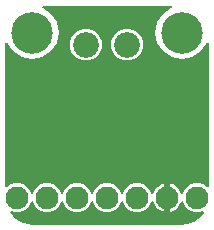
<source format=gbr>
G04 EAGLE Gerber RS-274X export*
G75*
%MOMM*%
%FSLAX34Y34*%
%LPD*%
%INBottom Copper*%
%IPPOS*%
%AMOC8*
5,1,8,0,0,1.08239X$1,22.5*%
G01*
%ADD10C,2.184400*%
%ADD11C,3.516000*%
%ADD12C,1.930400*%
%ADD13C,0.906400*%

G36*
X152422Y2543D02*
X152422Y2543D01*
X152500Y2545D01*
X155877Y2810D01*
X155945Y2824D01*
X156014Y2829D01*
X156170Y2869D01*
X162594Y4956D01*
X162701Y5006D01*
X162812Y5050D01*
X162863Y5083D01*
X162882Y5091D01*
X162897Y5104D01*
X162948Y5136D01*
X168412Y9107D01*
X168499Y9188D01*
X168546Y9227D01*
X168552Y9231D01*
X168553Y9233D01*
X168591Y9264D01*
X168629Y9310D01*
X168644Y9324D01*
X168655Y9341D01*
X168693Y9387D01*
X170521Y11903D01*
X170583Y12016D01*
X170651Y12126D01*
X170659Y12155D01*
X170674Y12182D01*
X170706Y12307D01*
X170744Y12430D01*
X170746Y12460D01*
X170753Y12490D01*
X170753Y12619D01*
X170759Y12748D01*
X170753Y12777D01*
X170753Y12808D01*
X170721Y12933D01*
X170695Y13059D01*
X170682Y13086D01*
X170674Y13116D01*
X170612Y13229D01*
X170555Y13345D01*
X170536Y13368D01*
X170521Y13394D01*
X170433Y13489D01*
X170349Y13587D01*
X170324Y13604D01*
X170304Y13626D01*
X170194Y13696D01*
X170089Y13770D01*
X170061Y13781D01*
X170035Y13797D01*
X169912Y13837D01*
X169792Y13883D01*
X169762Y13886D01*
X169733Y13895D01*
X169604Y13904D01*
X169476Y13918D01*
X169446Y13914D01*
X169415Y13916D01*
X169289Y13892D01*
X169161Y13874D01*
X169120Y13860D01*
X169103Y13856D01*
X169083Y13847D01*
X169008Y13822D01*
X167525Y13207D01*
X162675Y13207D01*
X158193Y15063D01*
X154763Y18493D01*
X153565Y21386D01*
X153551Y21412D01*
X153541Y21440D01*
X153472Y21550D01*
X153408Y21662D01*
X153387Y21684D01*
X153371Y21709D01*
X153277Y21798D01*
X153187Y21891D01*
X153161Y21906D01*
X153139Y21927D01*
X153026Y21989D01*
X152915Y22057D01*
X152887Y22066D01*
X152861Y22080D01*
X152735Y22113D01*
X152611Y22151D01*
X152582Y22152D01*
X152553Y22159D01*
X152423Y22160D01*
X152294Y22166D01*
X152265Y22160D01*
X152235Y22160D01*
X152109Y22128D01*
X151982Y22101D01*
X151955Y22088D01*
X151927Y22081D01*
X151813Y22019D01*
X151697Y21962D01*
X151674Y21942D01*
X151648Y21928D01*
X151553Y21840D01*
X151455Y21755D01*
X151437Y21731D01*
X151416Y21710D01*
X151346Y21601D01*
X151272Y21495D01*
X151261Y21467D01*
X151245Y21442D01*
X151186Y21292D01*
X150999Y20720D01*
X150128Y19010D01*
X149000Y17457D01*
X147643Y16100D01*
X146090Y14972D01*
X144380Y14101D01*
X142555Y13507D01*
X142199Y13451D01*
X142199Y24170D01*
X142184Y24288D01*
X142177Y24407D01*
X142164Y24445D01*
X142159Y24485D01*
X142116Y24596D01*
X142079Y24709D01*
X142057Y24743D01*
X142042Y24781D01*
X141973Y24877D01*
X141909Y24978D01*
X141879Y25006D01*
X141856Y25038D01*
X141764Y25114D01*
X141677Y25196D01*
X141642Y25215D01*
X141611Y25241D01*
X141503Y25292D01*
X141399Y25349D01*
X141359Y25359D01*
X141323Y25377D01*
X141216Y25397D01*
X141246Y25401D01*
X141356Y25445D01*
X141469Y25481D01*
X141504Y25503D01*
X141541Y25518D01*
X141637Y25588D01*
X141738Y25651D01*
X141766Y25681D01*
X141799Y25705D01*
X141875Y25796D01*
X141956Y25883D01*
X141976Y25918D01*
X142001Y25950D01*
X142052Y26057D01*
X142110Y26162D01*
X142120Y26201D01*
X142137Y26237D01*
X142159Y26354D01*
X142189Y26470D01*
X142193Y26530D01*
X142197Y26550D01*
X142195Y26570D01*
X142197Y26576D01*
X142196Y26583D01*
X142199Y26630D01*
X142199Y37349D01*
X142555Y37293D01*
X144380Y36699D01*
X146090Y35828D01*
X147643Y34700D01*
X149000Y33343D01*
X150128Y31790D01*
X150999Y30080D01*
X151186Y29508D01*
X151198Y29481D01*
X151205Y29451D01*
X151266Y29337D01*
X151321Y29220D01*
X151340Y29197D01*
X151354Y29170D01*
X151441Y29074D01*
X151524Y28975D01*
X151548Y28957D01*
X151568Y28935D01*
X151676Y28864D01*
X151781Y28788D01*
X151809Y28777D01*
X151834Y28760D01*
X151956Y28718D01*
X152077Y28670D01*
X152106Y28667D01*
X152134Y28657D01*
X152264Y28647D01*
X152392Y28630D01*
X152422Y28634D01*
X152451Y28632D01*
X152579Y28654D01*
X152708Y28670D01*
X152735Y28681D01*
X152765Y28686D01*
X152883Y28739D01*
X153003Y28787D01*
X153028Y28805D01*
X153055Y28817D01*
X153156Y28898D01*
X153261Y28974D01*
X153280Y28997D01*
X153303Y29015D01*
X153381Y29119D01*
X153464Y29219D01*
X153476Y29246D01*
X153494Y29269D01*
X153565Y29414D01*
X154763Y32307D01*
X158193Y35737D01*
X162675Y37593D01*
X167525Y37593D01*
X172007Y35737D01*
X173093Y34651D01*
X173202Y34566D01*
X173309Y34477D01*
X173328Y34468D01*
X173344Y34456D01*
X173471Y34400D01*
X173597Y34341D01*
X173617Y34337D01*
X173636Y34329D01*
X173774Y34307D01*
X173910Y34281D01*
X173930Y34283D01*
X173950Y34279D01*
X174089Y34293D01*
X174227Y34301D01*
X174246Y34307D01*
X174266Y34309D01*
X174398Y34356D01*
X174529Y34399D01*
X174547Y34410D01*
X174566Y34417D01*
X174681Y34495D01*
X174798Y34569D01*
X174812Y34584D01*
X174829Y34595D01*
X174921Y34700D01*
X175016Y34801D01*
X175026Y34819D01*
X175039Y34834D01*
X175103Y34958D01*
X175170Y35079D01*
X175175Y35099D01*
X175184Y35117D01*
X175214Y35253D01*
X175249Y35387D01*
X175251Y35415D01*
X175254Y35427D01*
X175253Y35448D01*
X175259Y35548D01*
X175259Y155096D01*
X175246Y155200D01*
X175242Y155304D01*
X175226Y155357D01*
X175219Y155411D01*
X175181Y155508D01*
X175151Y155609D01*
X175123Y155656D01*
X175102Y155707D01*
X175041Y155792D01*
X174987Y155881D01*
X174948Y155920D01*
X174916Y155965D01*
X174835Y156031D01*
X174761Y156104D01*
X174713Y156132D01*
X174671Y156167D01*
X174576Y156212D01*
X174486Y156264D01*
X174433Y156279D01*
X174383Y156303D01*
X174280Y156322D01*
X174180Y156351D01*
X174125Y156352D01*
X174071Y156363D01*
X173966Y156356D01*
X173862Y156359D01*
X173808Y156346D01*
X173753Y156343D01*
X173654Y156311D01*
X173552Y156287D01*
X173503Y156262D01*
X173451Y156245D01*
X173362Y156189D01*
X173270Y156141D01*
X173228Y156104D01*
X173182Y156075D01*
X173110Y155999D01*
X173032Y155929D01*
X172979Y155859D01*
X172964Y155843D01*
X172957Y155830D01*
X172935Y155801D01*
X168434Y149066D01*
X161078Y144150D01*
X152400Y142424D01*
X143722Y144150D01*
X136366Y149066D01*
X131450Y156422D01*
X129724Y165100D01*
X131450Y173778D01*
X136366Y181134D01*
X143101Y185635D01*
X143180Y185703D01*
X143265Y185764D01*
X143300Y185807D01*
X143341Y185843D01*
X143401Y185929D01*
X143467Y186009D01*
X143491Y186059D01*
X143522Y186105D01*
X143558Y186203D01*
X143603Y186297D01*
X143613Y186351D01*
X143632Y186403D01*
X143643Y186507D01*
X143663Y186610D01*
X143659Y186665D01*
X143665Y186719D01*
X143649Y186823D01*
X143643Y186927D01*
X143626Y186979D01*
X143618Y187034D01*
X143577Y187130D01*
X143545Y187229D01*
X143515Y187276D01*
X143494Y187327D01*
X143431Y187410D01*
X143375Y187498D01*
X143335Y187536D01*
X143301Y187580D01*
X143219Y187645D01*
X143143Y187716D01*
X143095Y187743D01*
X143052Y187777D01*
X142956Y187819D01*
X142865Y187870D01*
X142811Y187883D01*
X142761Y187906D01*
X142658Y187923D01*
X142557Y187949D01*
X142469Y187955D01*
X142447Y187958D01*
X142432Y187957D01*
X142396Y187959D01*
X35404Y187959D01*
X35300Y187946D01*
X35196Y187942D01*
X35143Y187926D01*
X35089Y187919D01*
X34992Y187881D01*
X34891Y187851D01*
X34844Y187823D01*
X34793Y187802D01*
X34708Y187741D01*
X34619Y187687D01*
X34580Y187648D01*
X34535Y187616D01*
X34469Y187535D01*
X34396Y187461D01*
X34368Y187413D01*
X34333Y187371D01*
X34288Y187276D01*
X34236Y187186D01*
X34221Y187133D01*
X34197Y187083D01*
X34178Y186980D01*
X34149Y186880D01*
X34148Y186825D01*
X34137Y186771D01*
X34144Y186666D01*
X34141Y186562D01*
X34154Y186508D01*
X34157Y186453D01*
X34189Y186354D01*
X34213Y186252D01*
X34238Y186203D01*
X34255Y186151D01*
X34311Y186062D01*
X34359Y185970D01*
X34396Y185928D01*
X34425Y185882D01*
X34501Y185810D01*
X34571Y185732D01*
X34641Y185679D01*
X34657Y185664D01*
X34670Y185657D01*
X34699Y185635D01*
X41434Y181134D01*
X46350Y173778D01*
X48076Y165100D01*
X46350Y156422D01*
X41434Y149066D01*
X34078Y144150D01*
X25400Y142424D01*
X16722Y144150D01*
X9366Y149066D01*
X4865Y155801D01*
X4797Y155880D01*
X4736Y155965D01*
X4693Y156000D01*
X4657Y156041D01*
X4571Y156101D01*
X4491Y156167D01*
X4441Y156191D01*
X4395Y156222D01*
X4297Y156258D01*
X4203Y156303D01*
X4149Y156313D01*
X4097Y156332D01*
X3993Y156343D01*
X3890Y156363D01*
X3835Y156359D01*
X3781Y156365D01*
X3677Y156349D01*
X3573Y156343D01*
X3521Y156326D01*
X3466Y156318D01*
X3370Y156277D01*
X3271Y156245D01*
X3224Y156215D01*
X3173Y156194D01*
X3090Y156131D01*
X3002Y156075D01*
X2964Y156035D01*
X2920Y156001D01*
X2855Y155919D01*
X2784Y155843D01*
X2757Y155795D01*
X2723Y155752D01*
X2681Y155656D01*
X2630Y155565D01*
X2617Y155511D01*
X2594Y155461D01*
X2577Y155358D01*
X2551Y155257D01*
X2545Y155169D01*
X2542Y155147D01*
X2543Y155132D01*
X2541Y155096D01*
X2541Y35548D01*
X2558Y35410D01*
X2571Y35272D01*
X2578Y35253D01*
X2581Y35233D01*
X2632Y35103D01*
X2679Y34972D01*
X2690Y34956D01*
X2698Y34937D01*
X2779Y34825D01*
X2857Y34709D01*
X2873Y34696D01*
X2884Y34680D01*
X2992Y34591D01*
X3096Y34499D01*
X3114Y34490D01*
X3129Y34477D01*
X3255Y34417D01*
X3379Y34354D01*
X3399Y34350D01*
X3417Y34341D01*
X3554Y34315D01*
X3689Y34285D01*
X3710Y34285D01*
X3729Y34281D01*
X3868Y34290D01*
X4007Y34294D01*
X4027Y34300D01*
X4047Y34301D01*
X4179Y34344D01*
X4313Y34383D01*
X4330Y34393D01*
X4349Y34399D01*
X4467Y34474D01*
X4587Y34544D01*
X4608Y34563D01*
X4618Y34569D01*
X4632Y34584D01*
X4707Y34651D01*
X5793Y35737D01*
X10275Y37593D01*
X15125Y37593D01*
X19607Y35737D01*
X23037Y32307D01*
X24227Y29432D01*
X24296Y29311D01*
X24361Y29188D01*
X24375Y29173D01*
X24385Y29155D01*
X24482Y29056D01*
X24575Y28953D01*
X24592Y28941D01*
X24606Y28927D01*
X24725Y28854D01*
X24841Y28778D01*
X24860Y28771D01*
X24877Y28761D01*
X25010Y28720D01*
X25142Y28675D01*
X25162Y28673D01*
X25181Y28667D01*
X25320Y28660D01*
X25459Y28649D01*
X25479Y28653D01*
X25499Y28652D01*
X25635Y28680D01*
X25772Y28704D01*
X25791Y28712D01*
X25810Y28716D01*
X25936Y28778D01*
X26062Y28834D01*
X26078Y28847D01*
X26096Y28856D01*
X26202Y28946D01*
X26310Y29033D01*
X26323Y29049D01*
X26338Y29062D01*
X26418Y29176D01*
X26502Y29287D01*
X26514Y29312D01*
X26521Y29322D01*
X26528Y29342D01*
X26573Y29432D01*
X27763Y32307D01*
X31193Y35737D01*
X35675Y37593D01*
X40525Y37593D01*
X45007Y35737D01*
X48437Y32307D01*
X49627Y29432D01*
X49696Y29311D01*
X49761Y29188D01*
X49775Y29173D01*
X49785Y29155D01*
X49882Y29056D01*
X49975Y28953D01*
X49992Y28941D01*
X50006Y28927D01*
X50125Y28854D01*
X50241Y28778D01*
X50260Y28771D01*
X50277Y28761D01*
X50410Y28720D01*
X50542Y28675D01*
X50562Y28673D01*
X50581Y28667D01*
X50720Y28660D01*
X50859Y28649D01*
X50879Y28653D01*
X50899Y28652D01*
X51035Y28680D01*
X51172Y28704D01*
X51191Y28712D01*
X51210Y28716D01*
X51336Y28778D01*
X51462Y28834D01*
X51478Y28847D01*
X51496Y28856D01*
X51602Y28946D01*
X51710Y29033D01*
X51723Y29049D01*
X51738Y29062D01*
X51818Y29176D01*
X51902Y29287D01*
X51914Y29312D01*
X51921Y29322D01*
X51928Y29342D01*
X51973Y29432D01*
X53163Y32307D01*
X56593Y35737D01*
X61075Y37593D01*
X65925Y37593D01*
X70407Y35737D01*
X73837Y32307D01*
X75027Y29432D01*
X75096Y29311D01*
X75161Y29188D01*
X75175Y29173D01*
X75185Y29155D01*
X75282Y29056D01*
X75375Y28953D01*
X75392Y28941D01*
X75406Y28927D01*
X75525Y28854D01*
X75641Y28778D01*
X75660Y28771D01*
X75677Y28761D01*
X75810Y28720D01*
X75942Y28675D01*
X75962Y28673D01*
X75981Y28667D01*
X76120Y28660D01*
X76259Y28649D01*
X76279Y28653D01*
X76299Y28652D01*
X76435Y28680D01*
X76572Y28704D01*
X76591Y28712D01*
X76610Y28716D01*
X76736Y28778D01*
X76862Y28834D01*
X76878Y28847D01*
X76896Y28856D01*
X77002Y28946D01*
X77110Y29033D01*
X77123Y29049D01*
X77138Y29062D01*
X77218Y29176D01*
X77302Y29287D01*
X77314Y29312D01*
X77321Y29322D01*
X77328Y29342D01*
X77373Y29432D01*
X78563Y32307D01*
X81993Y35737D01*
X86475Y37593D01*
X91325Y37593D01*
X95807Y35737D01*
X99237Y32307D01*
X100427Y29432D01*
X100496Y29311D01*
X100561Y29188D01*
X100575Y29173D01*
X100585Y29155D01*
X100682Y29055D01*
X100775Y28953D01*
X100792Y28941D01*
X100806Y28927D01*
X100925Y28854D01*
X101041Y28778D01*
X101060Y28771D01*
X101077Y28761D01*
X101210Y28720D01*
X101342Y28675D01*
X101362Y28673D01*
X101381Y28667D01*
X101520Y28660D01*
X101659Y28649D01*
X101679Y28653D01*
X101699Y28652D01*
X101835Y28680D01*
X101972Y28704D01*
X101991Y28712D01*
X102010Y28716D01*
X102136Y28777D01*
X102262Y28834D01*
X102278Y28847D01*
X102296Y28856D01*
X102402Y28946D01*
X102510Y29033D01*
X102523Y29049D01*
X102538Y29062D01*
X102618Y29176D01*
X102702Y29287D01*
X102714Y29312D01*
X102721Y29322D01*
X102728Y29342D01*
X102773Y29432D01*
X103963Y32307D01*
X107393Y35737D01*
X111875Y37593D01*
X116725Y37593D01*
X121207Y35737D01*
X124637Y32307D01*
X125835Y29414D01*
X125849Y29388D01*
X125859Y29360D01*
X125928Y29250D01*
X125992Y29138D01*
X126013Y29116D01*
X126029Y29091D01*
X126123Y29002D01*
X126213Y28909D01*
X126239Y28894D01*
X126261Y28873D01*
X126374Y28811D01*
X126485Y28743D01*
X126513Y28734D01*
X126539Y28720D01*
X126665Y28687D01*
X126789Y28649D01*
X126818Y28648D01*
X126847Y28641D01*
X126977Y28640D01*
X127106Y28634D01*
X127135Y28640D01*
X127165Y28640D01*
X127291Y28672D01*
X127418Y28699D01*
X127445Y28712D01*
X127473Y28719D01*
X127587Y28781D01*
X127703Y28838D01*
X127726Y28858D01*
X127752Y28872D01*
X127847Y28960D01*
X127945Y29045D01*
X127963Y29069D01*
X127984Y29090D01*
X128054Y29199D01*
X128128Y29305D01*
X128139Y29333D01*
X128155Y29358D01*
X128214Y29508D01*
X128398Y30071D01*
X128398Y30072D01*
X128401Y30080D01*
X129272Y31790D01*
X130400Y33343D01*
X131757Y34700D01*
X133310Y35828D01*
X135020Y36699D01*
X136845Y37293D01*
X137201Y37349D01*
X137201Y26630D01*
X137216Y26512D01*
X137223Y26393D01*
X137235Y26355D01*
X137241Y26315D01*
X137284Y26204D01*
X137321Y26091D01*
X137343Y26057D01*
X137358Y26019D01*
X137427Y25923D01*
X137491Y25822D01*
X137521Y25794D01*
X137544Y25762D01*
X137636Y25686D01*
X137723Y25604D01*
X137758Y25585D01*
X137789Y25559D01*
X137897Y25508D01*
X138001Y25451D01*
X138041Y25441D01*
X138077Y25423D01*
X138184Y25403D01*
X138154Y25399D01*
X138044Y25355D01*
X137931Y25319D01*
X137896Y25297D01*
X137859Y25282D01*
X137762Y25212D01*
X137662Y25149D01*
X137634Y25119D01*
X137601Y25095D01*
X137525Y25004D01*
X137444Y24917D01*
X137424Y24882D01*
X137399Y24850D01*
X137348Y24743D01*
X137290Y24638D01*
X137280Y24599D01*
X137263Y24563D01*
X137241Y24446D01*
X137211Y24330D01*
X137207Y24270D01*
X137203Y24250D01*
X137205Y24230D01*
X137201Y24170D01*
X137201Y13451D01*
X136845Y13507D01*
X135020Y14101D01*
X133310Y14972D01*
X131757Y16100D01*
X130400Y17457D01*
X129272Y19010D01*
X128401Y20720D01*
X128214Y21292D01*
X128202Y21319D01*
X128195Y21349D01*
X128134Y21463D01*
X128079Y21580D01*
X128060Y21603D01*
X128046Y21630D01*
X127959Y21726D01*
X127876Y21825D01*
X127852Y21843D01*
X127832Y21865D01*
X127724Y21936D01*
X127619Y22012D01*
X127591Y22023D01*
X127566Y22040D01*
X127444Y22082D01*
X127323Y22130D01*
X127294Y22133D01*
X127266Y22143D01*
X127136Y22153D01*
X127008Y22170D01*
X126978Y22166D01*
X126949Y22168D01*
X126821Y22146D01*
X126692Y22130D01*
X126665Y22119D01*
X126635Y22114D01*
X126517Y22061D01*
X126397Y22013D01*
X126372Y21995D01*
X126345Y21983D01*
X126244Y21902D01*
X126139Y21826D01*
X126120Y21803D01*
X126097Y21785D01*
X126019Y21681D01*
X125936Y21581D01*
X125924Y21554D01*
X125906Y21531D01*
X125835Y21386D01*
X124637Y18493D01*
X121207Y15063D01*
X116725Y13207D01*
X111875Y13207D01*
X107393Y15063D01*
X103963Y18493D01*
X102773Y21368D01*
X102704Y21489D01*
X102639Y21612D01*
X102625Y21627D01*
X102615Y21645D01*
X102518Y21745D01*
X102425Y21847D01*
X102408Y21859D01*
X102394Y21873D01*
X102276Y21946D01*
X102159Y22022D01*
X102140Y22029D01*
X102123Y22039D01*
X101990Y22080D01*
X101858Y22125D01*
X101838Y22127D01*
X101819Y22133D01*
X101680Y22140D01*
X101541Y22151D01*
X101521Y22147D01*
X101501Y22148D01*
X101365Y22120D01*
X101228Y22096D01*
X101209Y22088D01*
X101190Y22084D01*
X101065Y22023D01*
X100938Y21966D01*
X100922Y21953D01*
X100904Y21944D01*
X100798Y21854D01*
X100690Y21767D01*
X100677Y21751D01*
X100662Y21738D01*
X100582Y21624D01*
X100498Y21513D01*
X100486Y21488D01*
X100479Y21478D01*
X100472Y21458D01*
X100427Y21368D01*
X99237Y18493D01*
X95807Y15063D01*
X91325Y13207D01*
X86475Y13207D01*
X81993Y15063D01*
X78563Y18493D01*
X77373Y21368D01*
X77304Y21489D01*
X77239Y21612D01*
X77225Y21627D01*
X77215Y21645D01*
X77118Y21745D01*
X77025Y21847D01*
X77008Y21859D01*
X76994Y21873D01*
X76876Y21946D01*
X76759Y22022D01*
X76740Y22029D01*
X76723Y22039D01*
X76590Y22080D01*
X76458Y22125D01*
X76438Y22127D01*
X76419Y22133D01*
X76280Y22140D01*
X76141Y22151D01*
X76121Y22147D01*
X76101Y22148D01*
X75965Y22120D01*
X75828Y22096D01*
X75810Y22088D01*
X75790Y22084D01*
X75664Y22022D01*
X75538Y21966D01*
X75522Y21953D01*
X75504Y21944D01*
X75398Y21853D01*
X75290Y21767D01*
X75277Y21751D01*
X75262Y21738D01*
X75182Y21624D01*
X75098Y21513D01*
X75086Y21488D01*
X75079Y21478D01*
X75072Y21458D01*
X75027Y21368D01*
X73837Y18493D01*
X70407Y15063D01*
X65925Y13207D01*
X61075Y13207D01*
X56593Y15063D01*
X53163Y18493D01*
X51973Y21368D01*
X51904Y21489D01*
X51839Y21612D01*
X51825Y21627D01*
X51815Y21645D01*
X51718Y21745D01*
X51625Y21847D01*
X51608Y21859D01*
X51594Y21873D01*
X51476Y21946D01*
X51359Y22022D01*
X51340Y22029D01*
X51323Y22039D01*
X51190Y22080D01*
X51058Y22125D01*
X51038Y22127D01*
X51019Y22133D01*
X50880Y22140D01*
X50741Y22151D01*
X50721Y22147D01*
X50701Y22148D01*
X50565Y22120D01*
X50428Y22096D01*
X50410Y22088D01*
X50390Y22084D01*
X50264Y22022D01*
X50138Y21966D01*
X50122Y21953D01*
X50104Y21944D01*
X49998Y21853D01*
X49890Y21767D01*
X49877Y21751D01*
X49862Y21738D01*
X49782Y21624D01*
X49698Y21513D01*
X49686Y21488D01*
X49679Y21478D01*
X49672Y21458D01*
X49627Y21368D01*
X48437Y18493D01*
X45007Y15063D01*
X40525Y13207D01*
X35675Y13207D01*
X31193Y15063D01*
X27763Y18493D01*
X26573Y21368D01*
X26504Y21489D01*
X26439Y21612D01*
X26425Y21627D01*
X26415Y21645D01*
X26318Y21745D01*
X26225Y21847D01*
X26208Y21859D01*
X26194Y21873D01*
X26076Y21946D01*
X25959Y22022D01*
X25940Y22029D01*
X25923Y22039D01*
X25790Y22080D01*
X25658Y22125D01*
X25638Y22127D01*
X25619Y22133D01*
X25480Y22140D01*
X25341Y22151D01*
X25321Y22147D01*
X25301Y22148D01*
X25165Y22120D01*
X25028Y22096D01*
X25010Y22088D01*
X24990Y22084D01*
X24864Y22022D01*
X24738Y21966D01*
X24722Y21953D01*
X24704Y21944D01*
X24598Y21853D01*
X24490Y21767D01*
X24477Y21751D01*
X24462Y21738D01*
X24382Y21624D01*
X24298Y21513D01*
X24286Y21488D01*
X24279Y21478D01*
X24272Y21458D01*
X24227Y21368D01*
X23037Y18493D01*
X19607Y15063D01*
X15125Y13207D01*
X10275Y13207D01*
X8792Y13822D01*
X8667Y13856D01*
X8544Y13896D01*
X8514Y13898D01*
X8485Y13905D01*
X8356Y13908D01*
X8227Y13916D01*
X8197Y13910D01*
X8167Y13911D01*
X8041Y13880D01*
X7914Y13856D01*
X7887Y13843D01*
X7858Y13836D01*
X7743Y13776D01*
X7627Y13721D01*
X7603Y13702D01*
X7577Y13688D01*
X7481Y13601D01*
X7381Y13518D01*
X7364Y13494D01*
X7341Y13474D01*
X7270Y13366D01*
X7194Y13261D01*
X7183Y13233D01*
X7167Y13208D01*
X7125Y13086D01*
X7077Y12966D01*
X7073Y12936D01*
X7063Y12907D01*
X7053Y12778D01*
X7037Y12650D01*
X7041Y12620D01*
X7038Y12590D01*
X7060Y12463D01*
X7076Y12335D01*
X7087Y12307D01*
X7093Y12277D01*
X7146Y12159D01*
X7193Y12039D01*
X7216Y12002D01*
X7223Y11987D01*
X7237Y11970D01*
X7279Y11903D01*
X9107Y9388D01*
X9127Y9366D01*
X9138Y9348D01*
X9184Y9305D01*
X9188Y9301D01*
X9264Y9209D01*
X9310Y9171D01*
X9324Y9156D01*
X9342Y9145D01*
X9388Y9107D01*
X14596Y5322D01*
X14852Y5136D01*
X14956Y5079D01*
X15056Y5015D01*
X15113Y4993D01*
X15131Y4983D01*
X15151Y4978D01*
X15206Y4956D01*
X21630Y2869D01*
X21698Y2856D01*
X21764Y2833D01*
X21923Y2810D01*
X25300Y2545D01*
X25322Y2546D01*
X25400Y2541D01*
X152400Y2541D01*
X152422Y2543D01*
G37*
%LPC*%
G36*
X103222Y141477D02*
X103222Y141477D01*
X98274Y143527D01*
X94487Y147314D01*
X92437Y152262D01*
X92437Y157618D01*
X94487Y162566D01*
X98274Y166353D01*
X103222Y168403D01*
X108578Y168403D01*
X113526Y166353D01*
X117313Y162566D01*
X119363Y157618D01*
X119363Y152262D01*
X117313Y147314D01*
X113526Y143527D01*
X108578Y141477D01*
X103222Y141477D01*
G37*
%LPD*%
%LPC*%
G36*
X68222Y141477D02*
X68222Y141477D01*
X63274Y143527D01*
X59487Y147314D01*
X57437Y152262D01*
X57437Y157618D01*
X59487Y162566D01*
X63274Y166353D01*
X68222Y168403D01*
X73578Y168403D01*
X78526Y166353D01*
X82313Y162566D01*
X84363Y157618D01*
X84363Y152262D01*
X82313Y147314D01*
X78526Y143527D01*
X73578Y141477D01*
X68222Y141477D01*
G37*
%LPD*%
D10*
X70900Y154940D03*
X105900Y154940D03*
D11*
X152400Y165100D03*
X25400Y165100D03*
D12*
X165100Y25400D03*
X139700Y25400D03*
X114300Y25400D03*
X88900Y25400D03*
X63500Y25400D03*
X38100Y25400D03*
X12700Y25400D03*
D13*
X96480Y40680D03*
X66000Y94020D03*
X111720Y94020D03*
X88860Y113070D03*
X15200Y92750D03*
X159980Y124500D03*
X60920Y66080D03*
X86320Y78780D03*
M02*

</source>
